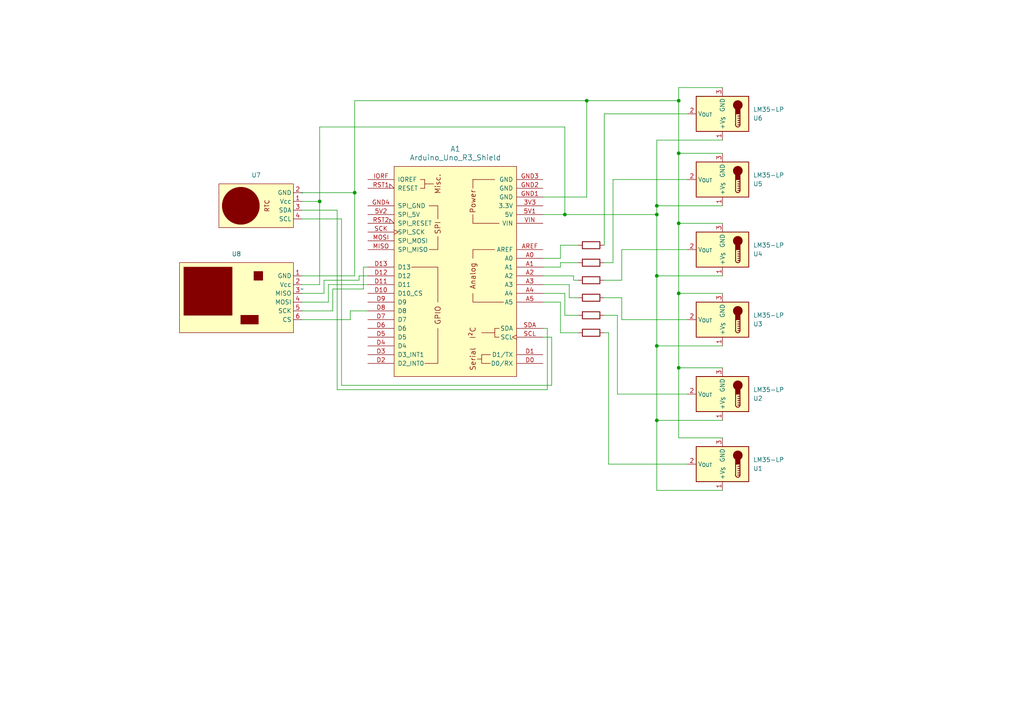
<source format=kicad_sch>
(kicad_sch (version 20230121) (generator eeschema)
  (paper "A4")
  (lib_symbols
    (symbol "1_my_custom_symbol_library:DS3231_IIC"
      (property "Reference" "U" (at 0 0 0))
      (symbol "DS3231_IIC_0_1"
        (rectangle (start 24.13 -3.81) (end 24.13 -3.81))
      )
      (symbol "DS3231_IIC_1_1"
        (rectangle (start 2.54 6.35) (end 24.13 -6.35) (fill (type background)))
        (circle (center 17.78 0) (radius 5.3882) (fill (type outline)))
        (text "RTC" (at 10.16 0 900) (effects (font (size 1.27 1.27))))
        (pin power_in line (at 0 -1.27 0) (length 2.54) (name "Vcc") (number "1"))
        (pin power_in line (at 0 -3.81 0) (length 2.54) (name "GND") (number "2"))
        (pin bidirectional line (at 0 1.27 0) (length 2.54) (name "SDA") (number "3"))
        (pin bidirectional line (at 0 3.81 0) (length 2.54) (name "SCL") (number "4"))
      )
    )
    (symbol "1_my_custom_symbol_library:MicroSD_Adapter"
      (property "Reference" "U" (at 0 0 0))
      (symbol "MicroSD_Adapter_0_1"
        (rectangle (start 33.02 10.16) (end 33.02 10.16))
      )
      (symbol "MicroSD_Adapter_1_1"
        (rectangle (start 2.54 10.16) (end 35.56 -10.16) (fill (type background)))
        (rectangle (start 11.43 -5.08) (end 13.97 -7.62) (fill (type outline)))
        (rectangle (start 12.7 7.62) (end 17.78 5.08) (fill (type outline)))
        (rectangle (start 20.32 5.08) (end 34.29 -8.89) (fill (type outline)))
        (pin power_in line (at 0 -6.35 0) (length 2.54) (name "GND") (number "1"))
        (pin power_in line (at 0 -3.81 0) (length 2.54) (name "Vcc") (number "2"))
        (pin bidirectional line (at 0 -1.27 0) (length 2.54) (name "MISO") (number "3"))
        (pin bidirectional line (at 0 1.27 0) (length 2.54) (name "MOSI") (number "4"))
        (pin bidirectional line (at 0 3.81 0) (length 2.54) (name "SCK") (number "5"))
        (pin bidirectional line (at 0 6.35 0) (length 2.54) (name "CS") (number "6"))
      )
    )
    (symbol "Device:R" (pin_numbers hide) (pin_names (offset 0))
      (property "Reference" "R" (at 2.032 0 90))
      (property "Value" "R" (at 0 0 90))
      (symbol "R_0_1"
        (rectangle (start -1.016 -2.54) (end 1.016 2.54) (stroke (width 0.254)))
      )
      (symbol "R_1_1"
        (pin passive line (at 0 3.81 270) (length 1.27) (name "~") (number "1"))
        (pin passive line (at 0 -3.81 90) (length 1.27) (name "~") (number "2"))
      )
    )
    (symbol "R_1" (pin_numbers hide) (pin_names (offset 0) hide)
      (property "Reference" "R" (at 2.032 0 90))
      (property "Value" "R" (at 0 0 90))
      (symbol "R_1_0_1"
        (rectangle (start -1.016 -2.54) (end 1.016 2.54) (stroke (width 0.254)))
      )
      (symbol "R_1_1_1"
        (pin passive line (at 0 3.81 270) (length 1.27) (name "~") (number "1"))
        (pin passive line (at 0 -3.81 90) (length 1.27) (name "~") (number "2"))
      )
    )
    (symbol "Sensor_Temperature:LM35-LP"
      (property "Reference" "U" (at -6.35 6.35 0))
      (property "Value" "LM35-LP" (at 1.27 6.35 0))
      (symbol "LM35-LP_0_1"
        (rectangle (start -7.62 5.08) (end 7.62 -5.08) (stroke (width 0.254)) (fill (type background)))
        (circle (center -4.445 -2.54) (radius 1.27) (stroke (width 0.254)) (fill (type outline)))
        (rectangle (start -3.81 -1.905) (end -5.08 0) (stroke (width 0.254)) (fill (type outline)))
        (arc (start -3.81 3.175) (mid -4.445 3.8073) (end -5.08 3.175) (stroke (width 0.254)))
        (polyline (pts (xy -5.08 0.635) (xy -4.445 0.635)) (stroke (width 0.254)))
        (polyline (pts (xy -5.08 1.27) (xy -4.445 1.27)) (stroke (width 0.254)))
        (polyline (pts (xy -5.08 1.905) (xy -4.445 1.905)) (stroke (width 0.254)))
        (polyline (pts (xy -5.08 2.54) (xy -4.445 2.54)) (stroke (width 0.254)))
        (polyline (pts (xy -5.08 3.175) (xy -5.08 0)) (stroke (width 0.254)))
        (polyline (pts (xy -5.08 3.175) (xy -4.445 3.175)) (stroke (width 0.254)))
        (polyline (pts (xy -3.81 3.175) (xy -3.81 0)) (stroke (width 0.254)))
      )
      (symbol "LM35-LP_1_1"
        (pin power_in line (at 0 7.62 270) (length 2.54) (name "+V_{S}") (number "1"))
        (pin output line (at 10.16 0 180) (length 2.54) (name "V_{OUT}") (number "2"))
        (pin power_in line (at 0 -7.62 90) (length 2.54) (name "GND") (number "3"))
      )
    )
    (symbol "arduino-library:Arduino_Uno_R3_Shield" (pin_names (offset 1.016))
      (property "Reference" "A" (at 0 36.83 0))
      (property "Value" "Arduino_Uno_R3_Shield" (at 0 33.02 0))
      (symbol "Arduino_Uno_R3_Shield_0_0"
        (rectangle (start -17.78 30.48) (end 17.78 -30.48) (fill (type background)))
        (rectangle (start -12.7 -13.97) (end -5.08 -13.97))
        (rectangle (start -11.43 -26.67) (end -5.08 -26.67))
        (polyline (pts (xy -11.43 17.78) (xy -7.62 17.78)))
        (polyline (pts (xy -7.62 25.4) (xy -6.35 25.4)))
        (polyline (pts (xy -5.08 -26.67) (xy -5.08 -24.13)))
        (polyline (pts (xy -5.08 -15.24) (xy -5.08 -16.51)))
        (polyline (pts (xy -5.08 -13.97) (xy -5.08 -15.24)))
        (polyline (pts (xy -5.08 -3.81) (xy -5.08 -6.35) (xy -11.43 -6.35)))
        (polyline (pts (xy -5.08 6.35) (xy -5.08 8.89) (xy -13.97 8.89)))
        (polyline (pts (xy 5.08 8.89) (xy 5.08 -1.27) (xy 12.7 -1.27)))
        (polyline (pts (xy 5.08 16.51) (xy 5.08 26.67) (xy 8.89 26.67)))
        (polyline (pts (xy -12.7 19.05) (xy -11.43 19.05) (xy -11.43 16.51) (xy -12.7 16.51)))
        (polyline (pts (xy -10.16 26.67) (xy -7.62 26.67) (xy -7.62 24.13) (xy -10.16 24.13)))
        (rectangle (start 5.08 -19.05) (end 5.08 -15.24))
        (rectangle (start 5.08 -19.05) (end 7.62 -19.05))
        (rectangle (start 5.08 -10.16) (end 5.08 -6.35))
        (rectangle (start 7.62 -6.35) (end 5.08 -6.35))
        (rectangle (start 8.89 -25.4) (end 6.35 -25.4))
        (rectangle (start 8.89 -24.13) (end 8.89 -26.67))
        (rectangle (start 10.16 -26.67) (end 8.89 -26.67))
        (rectangle (start 10.16 -24.13) (end 8.89 -24.13))
        (text "Analog" (at -5.08 1.27 900) (effects (font (size 1.524 1.524))))
        (text "I²C" (at -5.08 17.78 900) (effects (font (size 1.524 1.524))))
        (text "Misc." (at 5.08 -25.4 900) (effects (font (size 1.524 1.524))))
        (text "Power" (at -5.08 -20.32 900) (effects (font (size 1.524 1.524))))
        (text "Serial" (at -5.08 25.4 900) (effects (font (size 1.524 1.524))))
        (text "SPI" (at 5.08 -12.7 900) (effects (font (size 1.524 1.524))))
      )
      (symbol "Arduino_Uno_R3_Shield_1_0"
        (text "GPIO" (at 5.08 12.7 900) (effects (font (size 1.524 1.524))))
      )
      (symbol "Arduino_Uno_R3_Shield_1_1"
        (pin power_out line (at -25.4 -19.05 0) (length 7.62) (name "3.3V") (number "3V3"))
        (pin power_in line (at -25.4 -16.51 0) (length 7.62) (name "5V") (number "5V1"))
        (pin power_in line (at 25.4 -16.51 180) (length 7.62) (name "SPI_5V") (number "5V2"))
        (pin bidirectional line (at -25.4 -3.81 0) (length 7.62) (name "A0") (number "A0"))
        (pin bidirectional line (at -25.4 -1.27 0) (length 7.62) (name "A1") (number "A1"))
        (pin bidirectional line (at -25.4 1.27 0) (length 7.62) (name "A2") (number "A2"))
        (pin bidirectional line (at -25.4 3.81 0) (length 7.62) (name "A3") (number "A3"))
        (pin bidirectional line (at -25.4 6.35 0) (length 7.62) (name "A4") (number "A4"))
        (pin bidirectional line (at -25.4 8.89 0) (length 7.62) (name "A5") (number "A5"))
        (pin input line (at -25.4 -6.35 0) (length 7.62) (name "AREF") (number "AREF"))
        (pin bidirectional line (at -25.4 26.67 0) (length 7.62) (name "D0/RX") (number "D0"))
        (pin bidirectional line (at -25.4 24.13 0) (length 7.62) (name "D1/TX") (number "D1"))
        (pin bidirectional line (at 25.4 6.35 180) (length 7.62) (name "D10_CS") (number "D10"))
        (pin bidirectional line (at 25.4 3.81 180) (length 7.62) (name "D11") (number "D11"))
        (pin bidirectional line (at 25.4 1.27 180) (length 7.62) (name "D12") (number "D12"))
        (pin bidirectional line (at 25.4 -1.27 180) (length 7.62) (name "D13") (number "D13"))
        (pin bidirectional line (at 25.4 26.67 180) (length 7.62) (name "D2_INT0") (number "D2"))
        (pin bidirectional line (at 25.4 24.13 180) (length 7.62) (name "D3_INT1") (number "D3"))
        (pin bidirectional line (at 25.4 21.59 180) (length 7.62) (name "D4") (number "D4"))
        (pin bidirectional line (at 25.4 19.05 180) (length 7.62) (name "D5") (number "D5"))
        (pin bidirectional line (at 25.4 16.51 180) (length 7.62) (name "D6") (number "D6"))
        (pin bidirectional line (at 25.4 13.97 180) (length 7.62) (name "D7") (number "D7"))
        (pin bidirectional line (at 25.4 11.43 180) (length 7.62) (name "D8") (number "D8"))
        (pin bidirectional line (at 25.4 8.89 180) (length 7.62) (name "D9") (number "D9"))
        (pin power_in line (at -25.4 -21.59 0) (length 7.62) (name "GND") (number "GND1"))
        (pin power_in line (at -25.4 -24.13 0) (length 7.62) (name "GND") (number "GND2"))
        (pin power_in line (at -25.4 -26.67 0) (length 7.62) (name "GND") (number "GND3"))
        (pin power_in line (at 25.4 -19.05 180) (length 7.62) (name "SPI_GND") (number "GND4"))
        (pin output line (at 25.4 -26.67 180) (length 7.62) (name "IOREF") (number "IORF"))
        (pin input line (at 25.4 -6.35 180) (length 7.62) (name "SPI_MISO") (number "MISO"))
        (pin output line (at 25.4 -8.89 180) (length 7.62) (name "SPI_MOSI") (number "MOSI"))
        (pin open_collector input_low (at 25.4 -24.13 180) (length 7.62) (name "RESET") (number "RST1"))
        (pin open_collector input_low (at 25.4 -13.97 180) (length 7.62) (name "SPI_RESET") (number "RST2"))
        (pin output clock (at 25.4 -11.43 180) (length 7.62) (name "SPI_SCK") (number "SCK"))
        (pin bidirectional clock (at -25.4 19.05 0) (length 7.62) (name "SCL") (number "SCL"))
        (pin bidirectional line (at -25.4 16.51 0) (length 7.62) (name "SDA") (number "SDA"))
        (pin power_in line (at -25.4 -13.97 0) (length 7.62) (name "VIN") (number "VIN"))
      )
    )
  )
  (junction (at 190.5 121.92))
  (junction (at 196.85 64.77))
  (junction (at 196.85 106.68))
  (junction (at 102.87 55.88))
  (junction (at 163.83 62.23))
  (junction (at 190.5 100.33))
  (junction (at 196.85 29.21))
  (junction (at 170.18 29.21))
  (junction (at 190.5 80.01))
  (junction (at 196.85 44.45))
  (junction (at 190.5 59.69))
  (junction (at 92.71 58.42))
  (junction (at 190.5 62.23))
  (junction (at 196.85 85.09))
  (wire (pts (xy 99.06 111.76) (xy 160.02 111.76)))
  (wire (pts (xy 87.63 55.88) (xy 102.87 55.88)))
  (wire (pts (xy 196.85 25.4) (xy 209.55 25.4)))
  (wire (pts (xy 87.63 63.5) (xy 99.06 63.5)))
  (wire (pts (xy 196.85 64.77) (xy 209.55 64.77)))
  (wire (pts (xy 175.26 81.28) (xy 180.34 81.28)))
  (wire (pts (xy 196.85 29.21) (xy 196.85 25.4)))
  (wire (pts (xy 157.48 62.23) (xy 163.83 62.23)))
  (wire (pts (xy 177.8 76.2) (xy 175.26 76.2)))
  (wire (pts (xy 92.71 36.83) (xy 163.83 36.83)))
  (wire (pts (xy 165.1 86.36) (xy 167.64 86.36)))
  (wire (pts (xy 190.5 100.33) (xy 209.55 100.33)))
  (wire (pts (xy 190.5 80.01) (xy 209.55 80.01)))
  (wire (pts (xy 190.5 40.64) (xy 190.5 59.69)))
  (wire (pts (xy 196.85 106.68) (xy 209.55 106.68)))
  (wire (pts (xy 199.39 134.62) (xy 176.53 134.62)))
  (wire (pts (xy 158.75 95.25) (xy 157.48 95.25)))
  (wire (pts (xy 196.85 127) (xy 209.55 127)))
  (wire (pts (xy 166.37 81.28) (xy 166.37 80.01)))
  (wire (pts (xy 166.37 80.01) (xy 157.48 80.01)))
  (wire (pts (xy 167.64 71.12) (xy 162.56 71.12)))
  (wire (pts (xy 190.5 62.23) (xy 190.5 80.01)))
  (wire (pts (xy 199.39 72.39) (xy 180.34 72.39)))
  (wire (pts (xy 190.5 100.33) (xy 190.5 121.92)))
  (wire (pts (xy 87.63 92.71) (xy 101.6 92.71)))
  (wire (pts (xy 102.87 55.88) (xy 102.87 29.21)))
  (wire (pts (xy 162.56 74.93) (xy 157.48 74.93)))
  (wire (pts (xy 162.56 77.47) (xy 157.48 77.47)))
  (wire (pts (xy 190.5 40.64) (xy 209.55 40.64)))
  (wire (pts (xy 190.5 142.24) (xy 209.55 142.24)))
  (wire (pts (xy 196.85 85.09) (xy 196.85 64.77)))
  (wire (pts (xy 196.85 64.77) (xy 196.85 44.45)))
  (wire (pts (xy 166.37 81.28) (xy 167.64 81.28)))
  (wire (pts (xy 102.87 29.21) (xy 170.18 29.21)))
  (wire (pts (xy 163.83 91.44) (xy 167.64 91.44)))
  (wire (pts (xy 93.98 81.28) (xy 104.14 81.28)))
  (wire (pts (xy 104.14 80.01) (xy 106.68 80.01)))
  (wire (pts (xy 101.6 92.71) (xy 101.6 90.17)))
  (wire (pts (xy 165.1 86.36) (xy 165.1 82.55)))
  (wire (pts (xy 105.41 83.82) (xy 105.41 77.47)))
  (wire (pts (xy 92.71 58.42) (xy 92.71 82.55)))
  (wire (pts (xy 95.25 82.55) (xy 106.68 82.55)))
  (wire (pts (xy 87.63 90.17) (xy 96.52 90.17)))
  (wire (pts (xy 196.85 44.45) (xy 196.85 29.21)))
  (wire (pts (xy 93.98 85.09) (xy 93.98 81.28)))
  (wire (pts (xy 99.06 63.5) (xy 99.06 111.76)))
  (wire (pts (xy 190.5 59.69) (xy 209.55 59.69)))
  (wire (pts (xy 96.52 83.82) (xy 105.41 83.82)))
  (wire (pts (xy 196.85 44.45) (xy 209.55 44.45)))
  (wire (pts (xy 162.56 87.63) (xy 157.48 87.63)))
  (wire (pts (xy 162.56 96.52) (xy 162.56 87.63)))
  (wire (pts (xy 96.52 90.17) (xy 96.52 83.82)))
  (wire (pts (xy 170.18 57.15) (xy 170.18 29.21)))
  (wire (pts (xy 87.63 87.63) (xy 95.25 87.63)))
  (wire (pts (xy 167.64 96.52) (xy 162.56 96.52)))
  (wire (pts (xy 177.8 52.07) (xy 177.8 76.2)))
  (wire (pts (xy 176.53 134.62) (xy 176.53 96.52)))
  (wire (pts (xy 162.56 76.2) (xy 162.56 77.47)))
  (wire (pts (xy 175.26 33.02) (xy 175.26 71.12)))
  (wire (pts (xy 157.48 97.79) (xy 160.02 97.79)))
  (wire (pts (xy 101.6 90.17) (xy 106.68 90.17)))
  (wire (pts (xy 190.5 121.92) (xy 190.5 142.24)))
  (wire (pts (xy 162.56 71.12) (xy 162.56 74.93)))
  (wire (pts (xy 180.34 92.71) (xy 180.34 86.36)))
  (wire (pts (xy 97.79 60.96) (xy 97.79 113.03)))
  (wire (pts (xy 179.07 114.3) (xy 179.07 91.44)))
  (wire (pts (xy 180.34 72.39) (xy 180.34 81.28)))
  (wire (pts (xy 170.18 29.21) (xy 196.85 29.21)))
  (wire (pts (xy 163.83 36.83) (xy 163.83 62.23)))
  (wire (pts (xy 97.79 113.03) (xy 158.75 113.03)))
  (wire (pts (xy 190.5 80.01) (xy 190.5 100.33)))
  (wire (pts (xy 104.14 81.28) (xy 104.14 80.01)))
  (wire (pts (xy 160.02 111.76) (xy 160.02 97.79)))
  (wire (pts (xy 87.63 60.96) (xy 97.79 60.96)))
  (wire (pts (xy 87.63 80.01) (xy 102.87 80.01)))
  (wire (pts (xy 95.25 87.63) (xy 95.25 82.55)))
  (wire (pts (xy 190.5 121.92) (xy 209.55 121.92)))
  (wire (pts (xy 163.83 91.44) (xy 163.83 85.09)))
  (wire (pts (xy 87.63 85.09) (xy 93.98 85.09)))
  (wire (pts (xy 167.64 76.2) (xy 162.56 76.2)))
  (wire (pts (xy 199.39 52.07) (xy 177.8 52.07)))
  (wire (pts (xy 196.85 106.68) (xy 196.85 85.09)))
  (wire (pts (xy 199.39 92.71) (xy 180.34 92.71)))
  (wire (pts (xy 165.1 82.55) (xy 157.48 82.55)))
  (wire (pts (xy 92.71 58.42) (xy 87.63 58.42)))
  (wire (pts (xy 102.87 55.88) (xy 102.87 80.01)))
  (wire (pts (xy 92.71 82.55) (xy 87.63 82.55)))
  (wire (pts (xy 158.75 113.03) (xy 158.75 95.25)))
  (wire (pts (xy 199.39 114.3) (xy 179.07 114.3)))
  (wire (pts (xy 92.71 36.83) (xy 92.71 58.42)))
  (wire (pts (xy 190.5 59.69) (xy 190.5 62.23)))
  (wire (pts (xy 163.83 62.23) (xy 190.5 62.23)))
  (wire (pts (xy 163.83 85.09) (xy 157.48 85.09)))
  (wire (pts (xy 157.48 57.15) (xy 170.18 57.15)))
  (wire (pts (xy 196.85 127) (xy 196.85 106.68)))
  (wire (pts (xy 176.53 96.52) (xy 175.26 96.52)))
  (wire (pts (xy 105.41 77.47) (xy 106.68 77.47)))
  (wire (pts (xy 196.85 85.09) (xy 209.55 85.09)))
  (wire (pts (xy 175.26 91.44) (xy 179.07 91.44)))
  (wire (pts (xy 199.39 33.02) (xy 175.26 33.02)))
  (wire (pts (xy 175.26 86.36) (xy 180.34 86.36)))
  (symbol (lib_id "Device:R") (at 171.45 86.36 90) (unit 1)
    (property "Reference" "R4" (effects hide))
    (property "Value" "R" (effects hide))
    (property "Footprint" "Resistor_THT:R_Axial_DIN0207_L6.3mm_D2.5mm_P7.62mm_Horizontal" (effects hide))
  )
  (symbol (lib_id "Device:R") (at 171.45 71.12 90) (unit 1)
    (property "Reference" "R1" (effects hide))
    (property "Value" "R" (effects hide))
    (property "Footprint" "Resistor_THT:R_Axial_DIN0207_L6.3mm_D2.5mm_P7.62mm_Horizontal" (effects hide))
  )
  (symbol (lib_id "Sensor_Temperature:LM35-LP") (at 209.55 33.02 180) (unit 1)
    (property "Reference" "U6" (at 218.44 34.29 0) (effects (justify right)))
    (property "Value" "LM35-LP" (at 218.44 31.75 0) (effects (justify right)))
    (property "Footprint" "Package_TO_SOT_THT:TO-92_Inline" (effects hide))
    (property "Datasheet" "http://www.ti.com/lit/ds/symlink/lm35.pdf" (effects hide))
  )
  (symbol (lib_id "Sensor_Temperature:LM35-LP") (at 209.55 92.71 180) (unit 1)
    (property "Reference" "U3" (at 218.44 93.98 0) (effects (justify right)))
    (property "Value" "LM35-LP" (at 218.44 91.44 0) (effects (justify right)))
    (property "Footprint" "Package_TO_SOT_THT:TO-92_Inline" (effects hide))
    (property "Datasheet" "http://www.ti.com/lit/ds/symlink/lm35.pdf" (effects hide))
  )
  (symbol (lib_id "Device:R") (at 171.45 96.52 90) (unit 1)
    (property "Reference" "R6" (effects hide))
    (property "Value" "R" (effects hide))
    (property "Footprint" "Resistor_THT:R_Axial_DIN0207_L6.3mm_D2.5mm_P7.62mm_Horizontal" (effects hide))
  )
  (symbol (lib_id "Sensor_Temperature:LM35-LP") (at 209.55 72.39 180) (unit 1)
    (property "Reference" "U4" (at 218.44 73.66 0) (effects (justify right)))
    (property "Value" "LM35-LP" (at 218.44 71.12 0) (effects (justify right)))
    (property "Footprint" "Package_TO_SOT_THT:TO-92_Inline" (effects hide))
    (property "Datasheet" "http://www.ti.com/lit/ds/symlink/lm35.pdf" (effects hide))
  )
  (symbol (lib_id "Device:R") (at 171.45 76.2 90) (unit 1)
    (property "Reference" "R2" (effects hide))
    (property "Value" "R" (effects hide))
    (property "Footprint" "Resistor_THT:R_Axial_DIN0207_L6.3mm_D2.5mm_P7.62mm_Horizontal" (effects hide))
  )
  (symbol (lib_id "Sensor_Temperature:LM35-LP") (at 209.55 114.3 180) (unit 1)
    (property "Reference" "U2" (at 218.44 115.57 0) (effects (justify right)))
    (property "Value" "LM35-LP" (at 218.44 113.03 0) (effects (justify right)))
    (property "Footprint" "Package_TO_SOT_THT:TO-92_Inline" (effects hide))
    (property "Datasheet" "http://www.ti.com/lit/ds/symlink/lm35.pdf" (effects hide))
  )
  (symbol (lib_id "1_my_custom_symbol_library:DS3231_IIC") (at 87.63 59.69 180) (unit 1)
    (property "Reference" "U7" (at 74.295 50.8 0))
    (property "Value" "~" (at 87.63 55.88 0))
    (property "Footprint" "Connector_PinSocket_2.54mm:PinSocket_1x04_P2.54mm_Vertical" (effects hide))
  )
  (symbol (lib_id "Sensor_Temperature:LM35-LP") (at 209.55 134.62 180) (unit 1)
    (property "Reference" "U1" (at 218.44 135.89 0) (effects (justify right)))
    (property "Value" "LM35-LP" (at 218.44 133.35 0) (effects (justify right)))
    (property "Footprint" "Package_TO_SOT_THT:TO-92_Inline" (effects hide))
    (property "Datasheet" "http://www.ti.com/lit/ds/symlink/lm35.pdf" (effects hide))
  )
  (symbol (lib_id "arduino-library:Arduino_Uno_R3_Shield") (at 132.08 78.74 180) (unit 1)
    (property "Reference" "A1" (at 132.08 43.18 0) (effects (font (size 1.524 1.524))))
    (property "Value" "Arduino_Uno_R3_Shield" (at 132.08 45.72 0) (effects (font (size 1.524 1.524))))
    (property "Footprint" "arduino-library:Arduino_Uno_R3_Shield" (effects hide))
    (property "Datasheet" "https://docs.arduino.cc/hardware/uno-rev3" (effects hide))
  )
  (symbol (lib_id "Device:R") (at 171.45 91.44 90) (unit 1)
    (property "Reference" "R5" (effects hide))
    (property "Value" "R" (effects hide))
    (property "Footprint" "Resistor_THT:R_Axial_DIN0207_L6.3mm_D2.5mm_P7.62mm_Horizontal" (effects hide))
  )
  (symbol (lib_id "1_my_custom_symbol_library:MicroSD_Adapter") (at 87.63 86.36 180) (unit 1)
    (property "Reference" "U8" (at 68.58 73.66 0))
    (property "Value" "~" (at 87.63 83.82 0))
    (property "Footprint" "Connector_PinSocket_2.54mm:PinSocket_1x06_P2.54mm_Vertical" (effects hide))
  )
  (symbol (lib_id "Sensor_Temperature:LM35-LP") (at 209.55 52.07 180) (unit 1)
    (property "Reference" "U5" (at 218.44 53.34 0) (effects (justify right)))
    (property "Value" "LM35-LP" (at 218.44 50.8 0) (effects (justify right)))
    (property "Footprint" "Package_TO_SOT_THT:TO-92_Inline" (effects hide))
    (property "Datasheet" "http://www.ti.com/lit/ds/symlink/lm35.pdf" (effects hide))
  )
  (symbol (lib_name "R_1") (lib_id "Device:R") (at 171.45 81.28 90) (unit 1)
    (property "Reference" "R3" (effects hide))
    (property "Value" "R" (effects hide))
    (property "Footprint" "Resistor_THT:R_Axial_DIN0207_L6.3mm_D2.5mm_P7.62mm_Horizontal" (effects hide))
  )
)
</source>
